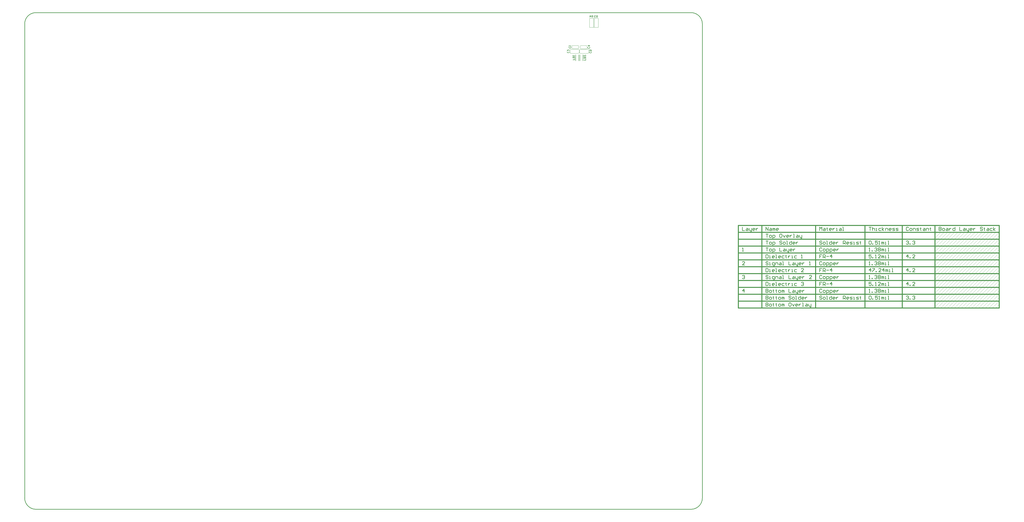
<source format=gbo>
G04*
G04 #@! TF.GenerationSoftware,Altium Limited,Altium Designer,20.2.6 (244)*
G04*
G04 Layer_Color=32896*
%FSLAX25Y25*%
%MOIN*%
G70*
G04*
G04 #@! TF.SameCoordinates,78A2C6BB-1FC3-406C-8345-49C289C49674*
G04*
G04*
G04 #@! TF.FilePolarity,Positive*
G04*
G01*
G75*
%ADD12C,0.00472*%
%ADD15C,0.01000*%
%ADD17C,0.00500*%
%ADD21C,0.00591*%
%ADD22C,0.01500*%
%ADD23C,0.00100*%
D12*
X951723Y802165D02*
G03*
X950542Y800984I0J-1181D01*
G01*
Y796260D02*
G03*
X951723Y795079I1181J0D01*
G01*
X965109D02*
G03*
X966290Y796260I0J1181D01*
G01*
Y800984D02*
G03*
X965109Y802165I-1181J0D01*
G01*
X981688Y795079D02*
G03*
X982869Y796260I0J1181D01*
G01*
Y800984D02*
G03*
X981688Y802165I-1181J0D01*
G01*
X968302D02*
G03*
X967121Y800984I0J-1181D01*
G01*
Y796260D02*
G03*
X968302Y795079I1181J0D01*
G01*
X965322Y808169D02*
G03*
X964534Y808957I-787J0D01*
G01*
X953511Y804232D02*
G03*
X954298Y803445I787J0D01*
G01*
Y808957D02*
G03*
X953511Y808169I0J-787D01*
G01*
X964534Y803445D02*
G03*
X965322Y804232I0J787D01*
G01*
X968075Y804051D02*
G03*
X968862Y803264I787J0D01*
G01*
X979886Y807988D02*
G03*
X979099Y808776I-787J0D01*
G01*
Y803264D02*
G03*
X979886Y804051I0J787D01*
G01*
X968862Y808776D02*
G03*
X968075Y807988I0J-787D01*
G01*
X992421Y856201D02*
X999508D01*
Y840453D02*
Y856201D01*
X992421Y840453D02*
X999508D01*
X992421D02*
Y856201D01*
X984449D02*
X991535D01*
Y840453D02*
Y856201D01*
X984449Y840453D02*
X991535D01*
X984449D02*
Y856201D01*
X966290Y796260D02*
Y800984D01*
X951723Y795079D02*
X965109D01*
X950542Y796260D02*
Y800984D01*
X951723Y802165D02*
X965109D01*
X967121Y796260D02*
Y800984D01*
X968302Y802165D02*
X981688D01*
X982869Y796260D02*
Y800984D01*
X968302Y795079D02*
X981688D01*
X965322Y804232D02*
Y808169D01*
X954298Y803445D02*
X964534D01*
X953511Y804232D02*
Y808169D01*
X954298Y808957D02*
X964534D01*
X968075Y804051D02*
Y807988D01*
X968862Y808776D02*
X979099D01*
X979886Y804051D02*
Y807988D01*
X968862Y803264D02*
X979099D01*
D15*
X1181102Y846457D02*
G03*
X1161417Y866142I-19685J0D01*
G01*
Y0D02*
G03*
X1181102Y19685I0J19685D01*
G01*
X0D02*
G03*
X19685Y0I19685J0D01*
G01*
Y866142D02*
G03*
X0Y846457I0J-19685D01*
G01*
Y19685D02*
Y710236D01*
X1181102Y19685D02*
Y846457D01*
X19685Y866142D02*
X1161417D01*
X0Y710236D02*
Y846457D01*
X19685Y0D02*
X1161417D01*
X1250530Y492195D02*
Y486197D01*
X1254529D01*
X1257528Y490196D02*
X1259527D01*
X1260527Y489196D01*
Y486197D01*
X1257528D01*
X1256528Y487196D01*
X1257528Y488196D01*
X1260527D01*
X1262526Y490196D02*
Y487196D01*
X1263526Y486197D01*
X1266525D01*
Y485197D01*
X1265526Y484198D01*
X1264526D01*
X1266525Y486197D02*
Y490196D01*
X1271523Y486197D02*
X1269524D01*
X1268524Y487196D01*
Y489196D01*
X1269524Y490196D01*
X1271523D01*
X1272523Y489196D01*
Y488196D01*
X1268524D01*
X1274523Y490196D02*
Y486197D01*
Y488196D01*
X1275522Y489196D01*
X1276522Y490196D01*
X1277522D01*
X1253529Y378197D02*
Y384195D01*
X1250530Y381196D01*
X1254529D01*
X1250530Y407195D02*
X1251530Y408195D01*
X1253529D01*
X1254529Y407195D01*
Y406196D01*
X1253529Y405196D01*
X1252530D01*
X1253529D01*
X1254529Y404196D01*
Y403196D01*
X1253529Y402197D01*
X1251530D01*
X1250530Y403196D01*
X1254529Y426197D02*
X1250530D01*
X1254529Y430196D01*
Y431195D01*
X1253529Y432195D01*
X1251530D01*
X1250530Y431195D01*
Y450197D02*
X1252530D01*
X1251530D01*
Y456195D01*
X1250530Y455195D01*
X1291522Y486197D02*
Y492195D01*
X1295520Y486197D01*
Y492195D01*
X1298519Y490196D02*
X1300519D01*
X1301518Y489196D01*
Y486197D01*
X1298519D01*
X1297520Y487196D01*
X1298519Y488196D01*
X1301518D01*
X1303518Y486197D02*
Y490196D01*
X1304517D01*
X1305517Y489196D01*
Y486197D01*
Y489196D01*
X1306517Y490196D01*
X1307516Y489196D01*
Y486197D01*
X1312515D02*
X1310515D01*
X1309516Y487196D01*
Y489196D01*
X1310515Y490196D01*
X1312515D01*
X1313515Y489196D01*
Y488196D01*
X1309516D01*
X1291522Y360195D02*
Y354197D01*
X1294521D01*
X1295520Y355196D01*
Y356196D01*
X1294521Y357196D01*
X1291522D01*
X1294521D01*
X1295520Y358196D01*
Y359195D01*
X1294521Y360195D01*
X1291522D01*
X1298519Y354197D02*
X1300519D01*
X1301518Y355196D01*
Y357196D01*
X1300519Y358196D01*
X1298519D01*
X1297520Y357196D01*
Y355196D01*
X1298519Y354197D01*
X1304517Y359195D02*
Y358196D01*
X1303518D01*
X1305517D01*
X1304517D01*
Y355196D01*
X1305517Y354197D01*
X1309516Y359195D02*
Y358196D01*
X1308516D01*
X1310515D01*
X1309516D01*
Y355196D01*
X1310515Y354197D01*
X1314514D02*
X1316514D01*
X1317513Y355196D01*
Y357196D01*
X1316514Y358196D01*
X1314514D01*
X1313515Y357196D01*
Y355196D01*
X1314514Y354197D01*
X1319512D02*
Y358196D01*
X1320512D01*
X1321512Y357196D01*
Y354197D01*
Y357196D01*
X1322512Y358196D01*
X1323511Y357196D01*
Y354197D01*
X1334508Y360195D02*
X1332508D01*
X1331509Y359195D01*
Y355196D01*
X1332508Y354197D01*
X1334508D01*
X1335507Y355196D01*
Y359195D01*
X1334508Y360195D01*
X1337507Y358196D02*
X1339506Y354197D01*
X1341505Y358196D01*
X1346504Y354197D02*
X1344505D01*
X1343505Y355196D01*
Y357196D01*
X1344505Y358196D01*
X1346504D01*
X1347503Y357196D01*
Y356196D01*
X1343505D01*
X1349503Y358196D02*
Y354197D01*
Y356196D01*
X1350502Y357196D01*
X1351502Y358196D01*
X1352502D01*
X1355501Y354197D02*
X1357500D01*
X1356501D01*
Y360195D01*
X1355501D01*
X1361499Y358196D02*
X1363498D01*
X1364498Y357196D01*
Y354197D01*
X1361499D01*
X1360499Y355196D01*
X1361499Y356196D01*
X1364498D01*
X1366497Y358196D02*
Y355196D01*
X1367497Y354197D01*
X1370496D01*
Y353197D01*
X1369496Y352198D01*
X1368497D01*
X1370496Y354197D02*
Y358196D01*
X1291522Y372195D02*
Y366197D01*
X1294521D01*
X1295520Y367196D01*
Y368196D01*
X1294521Y369196D01*
X1291522D01*
X1294521D01*
X1295520Y370196D01*
Y371195D01*
X1294521Y372195D01*
X1291522D01*
X1298519Y366197D02*
X1300519D01*
X1301518Y367196D01*
Y369196D01*
X1300519Y370196D01*
X1298519D01*
X1297520Y369196D01*
Y367196D01*
X1298519Y366197D01*
X1304517Y371195D02*
Y370196D01*
X1303518D01*
X1305517D01*
X1304517D01*
Y367196D01*
X1305517Y366197D01*
X1309516Y371195D02*
Y370196D01*
X1308516D01*
X1310515D01*
X1309516D01*
Y367196D01*
X1310515Y366197D01*
X1314514D02*
X1316514D01*
X1317513Y367196D01*
Y369196D01*
X1316514Y370196D01*
X1314514D01*
X1313515Y369196D01*
Y367196D01*
X1314514Y366197D01*
X1319512D02*
Y370196D01*
X1320512D01*
X1321512Y369196D01*
Y366197D01*
Y369196D01*
X1322512Y370196D01*
X1323511Y369196D01*
Y366197D01*
X1335507Y371195D02*
X1334508Y372195D01*
X1332508D01*
X1331509Y371195D01*
Y370196D01*
X1332508Y369196D01*
X1334508D01*
X1335507Y368196D01*
Y367196D01*
X1334508Y366197D01*
X1332508D01*
X1331509Y367196D01*
X1338506Y366197D02*
X1340506D01*
X1341505Y367196D01*
Y369196D01*
X1340506Y370196D01*
X1338506D01*
X1337507Y369196D01*
Y367196D01*
X1338506Y366197D01*
X1343505D02*
X1345504D01*
X1344505D01*
Y372195D01*
X1343505D01*
X1352502D02*
Y366197D01*
X1349503D01*
X1348503Y367196D01*
Y369196D01*
X1349503Y370196D01*
X1352502D01*
X1357500Y366197D02*
X1355501D01*
X1354501Y367196D01*
Y369196D01*
X1355501Y370196D01*
X1357500D01*
X1358500Y369196D01*
Y368196D01*
X1354501D01*
X1360499Y370196D02*
Y366197D01*
Y368196D01*
X1361499Y369196D01*
X1362499Y370196D01*
X1363498D01*
X1291522Y384195D02*
Y378197D01*
X1294521D01*
X1295520Y379197D01*
Y380196D01*
X1294521Y381196D01*
X1291522D01*
X1294521D01*
X1295520Y382196D01*
Y383195D01*
X1294521Y384195D01*
X1291522D01*
X1298519Y378197D02*
X1300519D01*
X1301518Y379197D01*
Y381196D01*
X1300519Y382196D01*
X1298519D01*
X1297520Y381196D01*
Y379197D01*
X1298519Y378197D01*
X1304517Y383195D02*
Y382196D01*
X1303518D01*
X1305517D01*
X1304517D01*
Y379197D01*
X1305517Y378197D01*
X1309516Y383195D02*
Y382196D01*
X1308516D01*
X1310515D01*
X1309516D01*
Y379197D01*
X1310515Y378197D01*
X1314514D02*
X1316514D01*
X1317513Y379197D01*
Y381196D01*
X1316514Y382196D01*
X1314514D01*
X1313515Y381196D01*
Y379197D01*
X1314514Y378197D01*
X1319512D02*
Y382196D01*
X1320512D01*
X1321512Y381196D01*
Y378197D01*
Y381196D01*
X1322512Y382196D01*
X1323511Y381196D01*
Y378197D01*
X1331509Y384195D02*
Y378197D01*
X1335507D01*
X1338506Y382196D02*
X1340506D01*
X1341505Y381196D01*
Y378197D01*
X1338506D01*
X1337507Y379197D01*
X1338506Y380196D01*
X1341505D01*
X1343505Y382196D02*
Y379197D01*
X1344505Y378197D01*
X1347503D01*
Y377197D01*
X1346504Y376198D01*
X1345504D01*
X1347503Y378197D02*
Y382196D01*
X1352502Y378197D02*
X1350502D01*
X1349503Y379197D01*
Y381196D01*
X1350502Y382196D01*
X1352502D01*
X1353502Y381196D01*
Y380196D01*
X1349503D01*
X1355501Y382196D02*
Y378197D01*
Y380196D01*
X1356501Y381196D01*
X1357500Y382196D01*
X1358500D01*
X1291522Y396195D02*
Y390197D01*
X1294521D01*
X1295520Y391196D01*
Y395195D01*
X1294521Y396195D01*
X1291522D01*
X1297520Y390197D02*
X1299519D01*
X1298519D01*
Y394196D01*
X1297520D01*
X1305517Y390197D02*
X1303518D01*
X1302518Y391196D01*
Y393196D01*
X1303518Y394196D01*
X1305517D01*
X1306517Y393196D01*
Y392196D01*
X1302518D01*
X1308516Y390197D02*
X1310515D01*
X1309516D01*
Y396195D01*
X1308516D01*
X1316514Y390197D02*
X1314514D01*
X1313515Y391196D01*
Y393196D01*
X1314514Y394196D01*
X1316514D01*
X1317513Y393196D01*
Y392196D01*
X1313515D01*
X1323511Y394196D02*
X1320512D01*
X1319512Y393196D01*
Y391196D01*
X1320512Y390197D01*
X1323511D01*
X1326510Y395195D02*
Y394196D01*
X1325511D01*
X1327510D01*
X1326510D01*
Y391196D01*
X1327510Y390197D01*
X1330509Y394196D02*
Y390197D01*
Y392196D01*
X1331509Y393196D01*
X1332508Y394196D01*
X1333508D01*
X1336507Y390197D02*
X1338506D01*
X1337507D01*
Y394196D01*
X1336507D01*
X1345504D02*
X1342505D01*
X1341505Y393196D01*
Y391196D01*
X1342505Y390197D01*
X1345504D01*
X1353502Y395195D02*
X1354501Y396195D01*
X1356501D01*
X1357500Y395195D01*
Y394196D01*
X1356501Y393196D01*
X1355501D01*
X1356501D01*
X1357500Y392196D01*
Y391196D01*
X1356501Y390197D01*
X1354501D01*
X1353502Y391196D01*
X1295520Y407195D02*
X1294521Y408195D01*
X1292521D01*
X1291522Y407195D01*
Y406196D01*
X1292521Y405196D01*
X1294521D01*
X1295520Y404196D01*
Y403196D01*
X1294521Y402197D01*
X1292521D01*
X1291522Y403196D01*
X1297520Y402197D02*
X1299519D01*
X1298519D01*
Y406196D01*
X1297520D01*
X1304517Y400198D02*
X1305517D01*
X1306517Y401197D01*
Y406196D01*
X1303518D01*
X1302518Y405196D01*
Y403196D01*
X1303518Y402197D01*
X1306517D01*
X1308516D02*
Y406196D01*
X1311515D01*
X1312515Y405196D01*
Y402197D01*
X1315514Y406196D02*
X1317513D01*
X1318513Y405196D01*
Y402197D01*
X1315514D01*
X1314514Y403196D01*
X1315514Y404196D01*
X1318513D01*
X1320512Y402197D02*
X1322512D01*
X1321512D01*
Y408195D01*
X1320512D01*
X1331509D02*
Y402197D01*
X1335507D01*
X1338506Y406196D02*
X1340506D01*
X1341505Y405196D01*
Y402197D01*
X1338506D01*
X1337507Y403196D01*
X1338506Y404196D01*
X1341505D01*
X1343505Y406196D02*
Y403196D01*
X1344505Y402197D01*
X1347503D01*
Y401197D01*
X1346504Y400198D01*
X1345504D01*
X1347503Y402197D02*
Y406196D01*
X1352502Y402197D02*
X1350502D01*
X1349503Y403196D01*
Y405196D01*
X1350502Y406196D01*
X1352502D01*
X1353502Y405196D01*
Y404196D01*
X1349503D01*
X1355501Y406196D02*
Y402197D01*
Y404196D01*
X1356501Y405196D01*
X1357500Y406196D01*
X1358500D01*
X1371496Y402197D02*
X1367497D01*
X1371496Y406196D01*
Y407195D01*
X1370496Y408195D01*
X1368497D01*
X1367497Y407195D01*
X1291522Y420195D02*
Y414197D01*
X1294521D01*
X1295520Y415197D01*
Y419195D01*
X1294521Y420195D01*
X1291522D01*
X1297520Y414197D02*
X1299519D01*
X1298519D01*
Y418196D01*
X1297520D01*
X1305517Y414197D02*
X1303518D01*
X1302518Y415197D01*
Y417196D01*
X1303518Y418196D01*
X1305517D01*
X1306517Y417196D01*
Y416196D01*
X1302518D01*
X1308516Y414197D02*
X1310515D01*
X1309516D01*
Y420195D01*
X1308516D01*
X1316514Y414197D02*
X1314514D01*
X1313515Y415197D01*
Y417196D01*
X1314514Y418196D01*
X1316514D01*
X1317513Y417196D01*
Y416196D01*
X1313515D01*
X1323511Y418196D02*
X1320512D01*
X1319512Y417196D01*
Y415197D01*
X1320512Y414197D01*
X1323511D01*
X1326510Y419195D02*
Y418196D01*
X1325511D01*
X1327510D01*
X1326510D01*
Y415197D01*
X1327510Y414197D01*
X1330509Y418196D02*
Y414197D01*
Y416196D01*
X1331509Y417196D01*
X1332508Y418196D01*
X1333508D01*
X1336507Y414197D02*
X1338506D01*
X1337507D01*
Y418196D01*
X1336507D01*
X1345504D02*
X1342505D01*
X1341505Y417196D01*
Y415197D01*
X1342505Y414197D01*
X1345504D01*
X1357500D02*
X1353502D01*
X1357500Y418196D01*
Y419195D01*
X1356501Y420195D01*
X1354501D01*
X1353502Y419195D01*
X1295520Y431195D02*
X1294521Y432195D01*
X1292521D01*
X1291522Y431195D01*
Y430196D01*
X1292521Y429196D01*
X1294521D01*
X1295520Y428196D01*
Y427197D01*
X1294521Y426197D01*
X1292521D01*
X1291522Y427197D01*
X1297520Y426197D02*
X1299519D01*
X1298519D01*
Y430196D01*
X1297520D01*
X1304517Y424197D02*
X1305517D01*
X1306517Y425197D01*
Y430196D01*
X1303518D01*
X1302518Y429196D01*
Y427197D01*
X1303518Y426197D01*
X1306517D01*
X1308516D02*
Y430196D01*
X1311515D01*
X1312515Y429196D01*
Y426197D01*
X1315514Y430196D02*
X1317513D01*
X1318513Y429196D01*
Y426197D01*
X1315514D01*
X1314514Y427197D01*
X1315514Y428196D01*
X1318513D01*
X1320512Y426197D02*
X1322512D01*
X1321512D01*
Y432195D01*
X1320512D01*
X1331509D02*
Y426197D01*
X1335507D01*
X1338506Y430196D02*
X1340506D01*
X1341505Y429196D01*
Y426197D01*
X1338506D01*
X1337507Y427197D01*
X1338506Y428196D01*
X1341505D01*
X1343505Y430196D02*
Y427197D01*
X1344505Y426197D01*
X1347503D01*
Y425197D01*
X1346504Y424197D01*
X1345504D01*
X1347503Y426197D02*
Y430196D01*
X1352502Y426197D02*
X1350502D01*
X1349503Y427197D01*
Y429196D01*
X1350502Y430196D01*
X1352502D01*
X1353502Y429196D01*
Y428196D01*
X1349503D01*
X1355501Y430196D02*
Y426197D01*
Y428196D01*
X1356501Y429196D01*
X1357500Y430196D01*
X1358500D01*
X1367497Y426197D02*
X1369496D01*
X1368497D01*
Y432195D01*
X1367497Y431195D01*
X1291522Y444195D02*
Y438197D01*
X1294521D01*
X1295520Y439196D01*
Y443195D01*
X1294521Y444195D01*
X1291522D01*
X1297520Y438197D02*
X1299519D01*
X1298519D01*
Y442196D01*
X1297520D01*
X1305517Y438197D02*
X1303518D01*
X1302518Y439196D01*
Y441196D01*
X1303518Y442196D01*
X1305517D01*
X1306517Y441196D01*
Y440196D01*
X1302518D01*
X1308516Y438197D02*
X1310515D01*
X1309516D01*
Y444195D01*
X1308516D01*
X1316514Y438197D02*
X1314514D01*
X1313515Y439196D01*
Y441196D01*
X1314514Y442196D01*
X1316514D01*
X1317513Y441196D01*
Y440196D01*
X1313515D01*
X1323511Y442196D02*
X1320512D01*
X1319512Y441196D01*
Y439196D01*
X1320512Y438197D01*
X1323511D01*
X1326510Y443195D02*
Y442196D01*
X1325511D01*
X1327510D01*
X1326510D01*
Y439196D01*
X1327510Y438197D01*
X1330509Y442196D02*
Y438197D01*
Y440196D01*
X1331509Y441196D01*
X1332508Y442196D01*
X1333508D01*
X1336507Y438197D02*
X1338506D01*
X1337507D01*
Y442196D01*
X1336507D01*
X1345504D02*
X1342505D01*
X1341505Y441196D01*
Y439196D01*
X1342505Y438197D01*
X1345504D01*
X1353502D02*
X1355501D01*
X1354501D01*
Y444195D01*
X1353502Y443195D01*
X1291522Y456195D02*
X1295520D01*
X1293521D01*
Y450197D01*
X1298519D02*
X1300519D01*
X1301518Y451196D01*
Y453196D01*
X1300519Y454196D01*
X1298519D01*
X1297520Y453196D01*
Y451196D01*
X1298519Y450197D01*
X1303518Y448198D02*
Y454196D01*
X1306517D01*
X1307516Y453196D01*
Y451196D01*
X1306517Y450197D01*
X1303518D01*
X1315514Y456195D02*
Y450197D01*
X1319513D01*
X1322512Y454196D02*
X1324511D01*
X1325511Y453196D01*
Y450197D01*
X1322512D01*
X1321512Y451196D01*
X1322512Y452196D01*
X1325511D01*
X1327510Y454196D02*
Y451196D01*
X1328510Y450197D01*
X1331509D01*
Y449197D01*
X1330509Y448198D01*
X1329509D01*
X1331509Y450197D02*
Y454196D01*
X1336507Y450197D02*
X1334508D01*
X1333508Y451196D01*
Y453196D01*
X1334508Y454196D01*
X1336507D01*
X1337507Y453196D01*
Y452196D01*
X1333508D01*
X1339506Y454196D02*
Y450197D01*
Y452196D01*
X1340506Y453196D01*
X1341505Y454196D01*
X1342505D01*
X1291522Y468195D02*
X1295520D01*
X1293521D01*
Y462197D01*
X1298519D02*
X1300519D01*
X1301518Y463197D01*
Y465196D01*
X1300519Y466196D01*
X1298519D01*
X1297520Y465196D01*
Y463197D01*
X1298519Y462197D01*
X1303518Y460197D02*
Y466196D01*
X1306517D01*
X1307516Y465196D01*
Y463197D01*
X1306517Y462197D01*
X1303518D01*
X1319513Y467195D02*
X1318513Y468195D01*
X1316514D01*
X1315514Y467195D01*
Y466196D01*
X1316514Y465196D01*
X1318513D01*
X1319513Y464196D01*
Y463197D01*
X1318513Y462197D01*
X1316514D01*
X1315514Y463197D01*
X1322512Y462197D02*
X1324511D01*
X1325511Y463197D01*
Y465196D01*
X1324511Y466196D01*
X1322512D01*
X1321512Y465196D01*
Y463197D01*
X1322512Y462197D01*
X1327510D02*
X1329509D01*
X1328510D01*
Y468195D01*
X1327510D01*
X1336507D02*
Y462197D01*
X1333508D01*
X1332508Y463197D01*
Y465196D01*
X1333508Y466196D01*
X1336507D01*
X1341505Y462197D02*
X1339506D01*
X1338506Y463197D01*
Y465196D01*
X1339506Y466196D01*
X1341505D01*
X1342505Y465196D01*
Y464196D01*
X1338506D01*
X1344505Y466196D02*
Y462197D01*
Y464196D01*
X1345504Y465196D01*
X1346504Y466196D01*
X1347503D01*
X1291522Y480195D02*
X1295520D01*
X1293521D01*
Y474197D01*
X1298519D02*
X1300519D01*
X1301518Y475197D01*
Y477196D01*
X1300519Y478196D01*
X1298519D01*
X1297520Y477196D01*
Y475197D01*
X1298519Y474197D01*
X1303518Y472197D02*
Y478196D01*
X1306517D01*
X1307516Y477196D01*
Y475197D01*
X1306517Y474197D01*
X1303518D01*
X1318513Y480195D02*
X1316514D01*
X1315514Y479195D01*
Y475197D01*
X1316514Y474197D01*
X1318513D01*
X1319513Y475197D01*
Y479195D01*
X1318513Y480195D01*
X1321512Y478196D02*
X1323511Y474197D01*
X1325511Y478196D01*
X1330509Y474197D02*
X1328510D01*
X1327510Y475197D01*
Y477196D01*
X1328510Y478196D01*
X1330509D01*
X1331509Y477196D01*
Y476196D01*
X1327510D01*
X1333508Y478196D02*
Y474197D01*
Y476196D01*
X1334508Y477196D01*
X1335507Y478196D01*
X1336507D01*
X1339506Y474197D02*
X1341505D01*
X1340506D01*
Y480195D01*
X1339506D01*
X1345504Y478196D02*
X1347503D01*
X1348503Y477196D01*
Y474197D01*
X1345504D01*
X1344505Y475197D01*
X1345504Y476196D01*
X1348503D01*
X1350502Y478196D02*
Y475197D01*
X1351502Y474197D01*
X1354501D01*
Y473197D01*
X1353502Y472197D01*
X1352502D01*
X1354501Y474197D02*
Y478196D01*
X1385496Y486197D02*
Y492195D01*
X1387495Y490196D01*
X1389494Y492195D01*
Y486197D01*
X1392494Y490196D02*
X1394493D01*
X1395492Y489196D01*
Y486197D01*
X1392494D01*
X1391494Y487196D01*
X1392494Y488196D01*
X1395492D01*
X1398491Y491195D02*
Y490196D01*
X1397492D01*
X1399491D01*
X1398491D01*
Y487196D01*
X1399491Y486197D01*
X1405489D02*
X1403490D01*
X1402490Y487196D01*
Y489196D01*
X1403490Y490196D01*
X1405489D01*
X1406489Y489196D01*
Y488196D01*
X1402490D01*
X1408488Y490196D02*
Y486197D01*
Y488196D01*
X1409488Y489196D01*
X1410488Y490196D01*
X1411487D01*
X1414486Y486197D02*
X1416486D01*
X1415486D01*
Y490196D01*
X1414486D01*
X1420484D02*
X1422484D01*
X1423483Y489196D01*
Y486197D01*
X1420484D01*
X1419485Y487196D01*
X1420484Y488196D01*
X1423483D01*
X1425483Y486197D02*
X1427482D01*
X1426482D01*
Y492195D01*
X1425483D01*
X1389494Y371195D02*
X1388495Y372195D01*
X1386495D01*
X1385496Y371195D01*
Y370196D01*
X1386495Y369196D01*
X1388495D01*
X1389494Y368196D01*
Y367196D01*
X1388495Y366197D01*
X1386495D01*
X1385496Y367196D01*
X1392494Y366197D02*
X1394493D01*
X1395492Y367196D01*
Y369196D01*
X1394493Y370196D01*
X1392494D01*
X1391494Y369196D01*
Y367196D01*
X1392494Y366197D01*
X1397492D02*
X1399491D01*
X1398491D01*
Y372195D01*
X1397492D01*
X1406489D02*
Y366197D01*
X1403490D01*
X1402490Y367196D01*
Y369196D01*
X1403490Y370196D01*
X1406489D01*
X1411487Y366197D02*
X1409488D01*
X1408488Y367196D01*
Y369196D01*
X1409488Y370196D01*
X1411487D01*
X1412487Y369196D01*
Y368196D01*
X1408488D01*
X1414486Y370196D02*
Y366197D01*
Y368196D01*
X1415486Y369196D01*
X1416486Y370196D01*
X1417485D01*
X1426482Y366197D02*
Y372195D01*
X1429482D01*
X1430481Y371195D01*
Y369196D01*
X1429482Y368196D01*
X1426482D01*
X1428482D02*
X1430481Y366197D01*
X1435480D02*
X1433480D01*
X1432481Y367196D01*
Y369196D01*
X1433480Y370196D01*
X1435480D01*
X1436479Y369196D01*
Y368196D01*
X1432481D01*
X1438479Y366197D02*
X1441478D01*
X1442477Y367196D01*
X1441478Y368196D01*
X1439478D01*
X1438479Y369196D01*
X1439478Y370196D01*
X1442477D01*
X1444477Y366197D02*
X1446476D01*
X1445476D01*
Y370196D01*
X1444477D01*
X1449475Y366197D02*
X1452474D01*
X1453474Y367196D01*
X1452474Y368196D01*
X1450475D01*
X1449475Y369196D01*
X1450475Y370196D01*
X1453474D01*
X1456473Y371195D02*
Y370196D01*
X1455473D01*
X1457472D01*
X1456473D01*
Y367196D01*
X1457472Y366197D01*
X1389494Y383195D02*
X1388495Y384195D01*
X1386495D01*
X1385496Y383195D01*
Y379197D01*
X1386495Y378197D01*
X1388495D01*
X1389494Y379197D01*
X1392494Y378197D02*
X1394493D01*
X1395492Y379197D01*
Y381196D01*
X1394493Y382196D01*
X1392494D01*
X1391494Y381196D01*
Y379197D01*
X1392494Y378197D01*
X1397492Y376198D02*
Y382196D01*
X1400491D01*
X1401491Y381196D01*
Y379197D01*
X1400491Y378197D01*
X1397492D01*
X1403490Y376198D02*
Y382196D01*
X1406489D01*
X1407489Y381196D01*
Y379197D01*
X1406489Y378197D01*
X1403490D01*
X1412487D02*
X1410488D01*
X1409488Y379197D01*
Y381196D01*
X1410488Y382196D01*
X1412487D01*
X1413487Y381196D01*
Y380196D01*
X1409488D01*
X1415486Y382196D02*
Y378197D01*
Y380196D01*
X1416486Y381196D01*
X1417485Y382196D01*
X1418485D01*
X1389494Y396195D02*
X1385496D01*
Y393196D01*
X1387495D01*
X1385496D01*
Y390197D01*
X1391494D02*
Y396195D01*
X1394493D01*
X1395492Y395195D01*
Y393196D01*
X1394493Y392196D01*
X1391494D01*
X1393493D02*
X1395492Y390197D01*
X1397492Y393196D02*
X1401491D01*
X1406489Y390197D02*
Y396195D01*
X1403490Y393196D01*
X1407489D01*
X1389494Y407195D02*
X1388495Y408195D01*
X1386495D01*
X1385496Y407195D01*
Y403196D01*
X1386495Y402197D01*
X1388495D01*
X1389494Y403196D01*
X1392494Y402197D02*
X1394493D01*
X1395492Y403196D01*
Y405196D01*
X1394493Y406196D01*
X1392494D01*
X1391494Y405196D01*
Y403196D01*
X1392494Y402197D01*
X1397492Y400198D02*
Y406196D01*
X1400491D01*
X1401491Y405196D01*
Y403196D01*
X1400491Y402197D01*
X1397492D01*
X1403490Y400198D02*
Y406196D01*
X1406489D01*
X1407489Y405196D01*
Y403196D01*
X1406489Y402197D01*
X1403490D01*
X1412487D02*
X1410488D01*
X1409488Y403196D01*
Y405196D01*
X1410488Y406196D01*
X1412487D01*
X1413487Y405196D01*
Y404196D01*
X1409488D01*
X1415486Y406196D02*
Y402197D01*
Y404196D01*
X1416486Y405196D01*
X1417485Y406196D01*
X1418485D01*
X1389494Y420195D02*
X1385496D01*
Y417196D01*
X1387495D01*
X1385496D01*
Y414197D01*
X1391494D02*
Y420195D01*
X1394493D01*
X1395492Y419195D01*
Y417196D01*
X1394493Y416196D01*
X1391494D01*
X1393493D02*
X1395492Y414197D01*
X1397492Y417196D02*
X1401491D01*
X1406489Y414197D02*
Y420195D01*
X1403490Y417196D01*
X1407489D01*
X1389494Y431195D02*
X1388495Y432195D01*
X1386495D01*
X1385496Y431195D01*
Y427197D01*
X1386495Y426197D01*
X1388495D01*
X1389494Y427197D01*
X1392494Y426197D02*
X1394493D01*
X1395492Y427197D01*
Y429196D01*
X1394493Y430196D01*
X1392494D01*
X1391494Y429196D01*
Y427197D01*
X1392494Y426197D01*
X1397492Y424197D02*
Y430196D01*
X1400491D01*
X1401491Y429196D01*
Y427197D01*
X1400491Y426197D01*
X1397492D01*
X1403490Y424197D02*
Y430196D01*
X1406489D01*
X1407489Y429196D01*
Y427197D01*
X1406489Y426197D01*
X1403490D01*
X1412487D02*
X1410488D01*
X1409488Y427197D01*
Y429196D01*
X1410488Y430196D01*
X1412487D01*
X1413487Y429196D01*
Y428196D01*
X1409488D01*
X1415486Y430196D02*
Y426197D01*
Y428196D01*
X1416486Y429196D01*
X1417485Y430196D01*
X1418485D01*
X1389494Y444195D02*
X1385496D01*
Y441196D01*
X1387495D01*
X1385496D01*
Y438197D01*
X1391494D02*
Y444195D01*
X1394493D01*
X1395492Y443195D01*
Y441196D01*
X1394493Y440196D01*
X1391494D01*
X1393493D02*
X1395492Y438197D01*
X1397492Y441196D02*
X1401491D01*
X1406489Y438197D02*
Y444195D01*
X1403490Y441196D01*
X1407489D01*
X1389494Y455195D02*
X1388495Y456195D01*
X1386495D01*
X1385496Y455195D01*
Y451196D01*
X1386495Y450197D01*
X1388495D01*
X1389494Y451196D01*
X1392494Y450197D02*
X1394493D01*
X1395492Y451196D01*
Y453196D01*
X1394493Y454196D01*
X1392494D01*
X1391494Y453196D01*
Y451196D01*
X1392494Y450197D01*
X1397492Y448198D02*
Y454196D01*
X1400491D01*
X1401491Y453196D01*
Y451196D01*
X1400491Y450197D01*
X1397492D01*
X1403490Y448198D02*
Y454196D01*
X1406489D01*
X1407489Y453196D01*
Y451196D01*
X1406489Y450197D01*
X1403490D01*
X1412487D02*
X1410488D01*
X1409488Y451196D01*
Y453196D01*
X1410488Y454196D01*
X1412487D01*
X1413487Y453196D01*
Y452196D01*
X1409488D01*
X1415486Y454196D02*
Y450197D01*
Y452196D01*
X1416486Y453196D01*
X1417485Y454196D01*
X1418485D01*
X1389494Y467195D02*
X1388495Y468195D01*
X1386495D01*
X1385496Y467195D01*
Y466196D01*
X1386495Y465196D01*
X1388495D01*
X1389494Y464196D01*
Y463197D01*
X1388495Y462197D01*
X1386495D01*
X1385496Y463197D01*
X1392494Y462197D02*
X1394493D01*
X1395492Y463197D01*
Y465196D01*
X1394493Y466196D01*
X1392494D01*
X1391494Y465196D01*
Y463197D01*
X1392494Y462197D01*
X1397492D02*
X1399491D01*
X1398491D01*
Y468195D01*
X1397492D01*
X1406489D02*
Y462197D01*
X1403490D01*
X1402490Y463197D01*
Y465196D01*
X1403490Y466196D01*
X1406489D01*
X1411487Y462197D02*
X1409488D01*
X1408488Y463197D01*
Y465196D01*
X1409488Y466196D01*
X1411487D01*
X1412487Y465196D01*
Y464196D01*
X1408488D01*
X1414486Y466196D02*
Y462197D01*
Y464196D01*
X1415486Y465196D01*
X1416486Y466196D01*
X1417485D01*
X1426482Y462197D02*
Y468195D01*
X1429482D01*
X1430481Y467195D01*
Y465196D01*
X1429482Y464196D01*
X1426482D01*
X1428482D02*
X1430481Y462197D01*
X1435480D02*
X1433480D01*
X1432481Y463197D01*
Y465196D01*
X1433480Y466196D01*
X1435480D01*
X1436479Y465196D01*
Y464196D01*
X1432481D01*
X1438479Y462197D02*
X1441478D01*
X1442477Y463197D01*
X1441478Y464196D01*
X1439478D01*
X1438479Y465196D01*
X1439478Y466196D01*
X1442477D01*
X1444477Y462197D02*
X1446476D01*
X1445476D01*
Y466196D01*
X1444477D01*
X1449475Y462197D02*
X1452474D01*
X1453474Y463197D01*
X1452474Y464196D01*
X1450475D01*
X1449475Y465196D01*
X1450475Y466196D01*
X1453474D01*
X1456473Y467195D02*
Y466196D01*
X1455473D01*
X1457472D01*
X1456473D01*
Y463197D01*
X1457472Y462197D01*
X1471472Y492195D02*
X1475471D01*
X1473472D01*
Y486197D01*
X1477470Y492195D02*
Y486197D01*
Y489196D01*
X1478470Y490196D01*
X1480470D01*
X1481469Y489196D01*
Y486197D01*
X1483469D02*
X1485468D01*
X1484468D01*
Y490196D01*
X1483469D01*
X1492466D02*
X1489467D01*
X1488467Y489196D01*
Y487196D01*
X1489467Y486197D01*
X1492466D01*
X1494465D02*
Y492195D01*
Y488196D02*
X1497464Y490196D01*
X1494465Y488196D02*
X1497464Y486197D01*
X1500463D02*
Y490196D01*
X1503462D01*
X1504462Y489196D01*
Y486197D01*
X1509460D02*
X1507461D01*
X1506461Y487196D01*
Y489196D01*
X1507461Y490196D01*
X1509460D01*
X1510460Y489196D01*
Y488196D01*
X1506461D01*
X1512459Y486197D02*
X1515458D01*
X1516458Y487196D01*
X1515458Y488196D01*
X1513459D01*
X1512459Y489196D01*
X1513459Y490196D01*
X1516458D01*
X1518457Y486197D02*
X1521456D01*
X1522456Y487196D01*
X1521456Y488196D01*
X1519457D01*
X1518457Y489196D01*
X1519457Y490196D01*
X1522456D01*
X1471472Y371195D02*
X1472472Y372195D01*
X1474471D01*
X1475471Y371195D01*
Y367196D01*
X1474471Y366197D01*
X1472472D01*
X1471472Y367196D01*
Y371195D01*
X1477470Y366197D02*
Y367196D01*
X1478470D01*
Y366197D01*
X1477470D01*
X1486468Y372195D02*
X1482469D01*
Y369196D01*
X1484468Y370196D01*
X1485468D01*
X1486468Y369196D01*
Y367196D01*
X1485468Y366197D01*
X1483469D01*
X1482469Y367196D01*
X1488467Y366197D02*
X1490466D01*
X1489467D01*
Y372195D01*
X1488467Y371195D01*
X1493465Y366197D02*
Y370196D01*
X1494465D01*
X1495465Y369196D01*
Y366197D01*
Y369196D01*
X1496464Y370196D01*
X1497464Y369196D01*
Y366197D01*
X1499463D02*
X1501463D01*
X1500463D01*
Y370196D01*
X1499463D01*
X1504462Y366197D02*
X1506461D01*
X1505461D01*
Y372195D01*
X1504462D01*
X1471472Y378197D02*
X1473472D01*
X1472472D01*
Y384195D01*
X1471472Y383195D01*
X1476471Y378197D02*
Y379197D01*
X1477470D01*
Y378197D01*
X1476471D01*
X1481469Y383195D02*
X1482469Y384195D01*
X1484468D01*
X1485468Y383195D01*
Y382196D01*
X1484468Y381196D01*
X1483469D01*
X1484468D01*
X1485468Y380196D01*
Y379197D01*
X1484468Y378197D01*
X1482469D01*
X1481469Y379197D01*
X1487467Y383195D02*
X1488467Y384195D01*
X1490466D01*
X1491466Y383195D01*
Y382196D01*
X1490466Y381196D01*
X1491466Y380196D01*
Y379197D01*
X1490466Y378197D01*
X1488467D01*
X1487467Y379197D01*
Y380196D01*
X1488467Y381196D01*
X1487467Y382196D01*
Y383195D01*
X1488467Y381196D02*
X1490466D01*
X1493465Y378197D02*
Y382196D01*
X1494465D01*
X1495465Y381196D01*
Y378197D01*
Y381196D01*
X1496464Y382196D01*
X1497464Y381196D01*
Y378197D01*
X1499463D02*
X1501463D01*
X1500463D01*
Y382196D01*
X1499463D01*
X1504462Y378197D02*
X1506461D01*
X1505461D01*
Y384195D01*
X1504462D01*
X1475471Y396195D02*
X1471472D01*
Y393196D01*
X1473472Y394196D01*
X1474471D01*
X1475471Y393196D01*
Y391196D01*
X1474471Y390197D01*
X1472472D01*
X1471472Y391196D01*
X1477470Y390197D02*
Y391196D01*
X1478470D01*
Y390197D01*
X1477470D01*
X1482469D02*
X1484468D01*
X1483469D01*
Y396195D01*
X1482469Y395195D01*
X1491466Y390197D02*
X1487467D01*
X1491466Y394196D01*
Y395195D01*
X1490466Y396195D01*
X1488467D01*
X1487467Y395195D01*
X1493465Y390197D02*
Y394196D01*
X1494465D01*
X1495465Y393196D01*
Y390197D01*
Y393196D01*
X1496464Y394196D01*
X1497464Y393196D01*
Y390197D01*
X1499463D02*
X1501463D01*
X1500463D01*
Y394196D01*
X1499463D01*
X1504462Y390197D02*
X1506461D01*
X1505461D01*
Y396195D01*
X1504462D01*
X1471472Y402197D02*
X1473472D01*
X1472472D01*
Y408195D01*
X1471472Y407195D01*
X1476471Y402197D02*
Y403196D01*
X1477470D01*
Y402197D01*
X1476471D01*
X1481469Y407195D02*
X1482469Y408195D01*
X1484468D01*
X1485468Y407195D01*
Y406196D01*
X1484468Y405196D01*
X1483469D01*
X1484468D01*
X1485468Y404196D01*
Y403196D01*
X1484468Y402197D01*
X1482469D01*
X1481469Y403196D01*
X1487467Y407195D02*
X1488467Y408195D01*
X1490466D01*
X1491466Y407195D01*
Y406196D01*
X1490466Y405196D01*
X1491466Y404196D01*
Y403196D01*
X1490466Y402197D01*
X1488467D01*
X1487467Y403196D01*
Y404196D01*
X1488467Y405196D01*
X1487467Y406196D01*
Y407195D01*
X1488467Y405196D02*
X1490466D01*
X1493465Y402197D02*
Y406196D01*
X1494465D01*
X1495465Y405196D01*
Y402197D01*
Y405196D01*
X1496464Y406196D01*
X1497464Y405196D01*
Y402197D01*
X1499463D02*
X1501463D01*
X1500463D01*
Y406196D01*
X1499463D01*
X1504462Y402197D02*
X1506461D01*
X1505461D01*
Y408195D01*
X1504462D01*
X1474471Y414197D02*
Y420195D01*
X1471472Y417196D01*
X1475471D01*
X1477470Y420195D02*
X1481469D01*
Y419195D01*
X1477470Y415197D01*
Y414197D01*
X1483469D02*
Y415197D01*
X1484468D01*
Y414197D01*
X1483469D01*
X1492466D02*
X1488467D01*
X1492466Y418196D01*
Y419195D01*
X1491466Y420195D01*
X1489467D01*
X1488467Y419195D01*
X1497464Y414197D02*
Y420195D01*
X1494465Y417196D01*
X1498464D01*
X1500463Y414197D02*
Y418196D01*
X1501463D01*
X1502462Y417196D01*
Y414197D01*
Y417196D01*
X1503462Y418196D01*
X1504462Y417196D01*
Y414197D01*
X1506461D02*
X1508461D01*
X1507461D01*
Y418196D01*
X1506461D01*
X1511460Y414197D02*
X1513459D01*
X1512459D01*
Y420195D01*
X1511460D01*
X1471472Y426197D02*
X1473472D01*
X1472472D01*
Y432195D01*
X1471472Y431195D01*
X1476471Y426197D02*
Y427197D01*
X1477470D01*
Y426197D01*
X1476471D01*
X1481469Y431195D02*
X1482469Y432195D01*
X1484468D01*
X1485468Y431195D01*
Y430196D01*
X1484468Y429196D01*
X1483469D01*
X1484468D01*
X1485468Y428196D01*
Y427197D01*
X1484468Y426197D01*
X1482469D01*
X1481469Y427197D01*
X1487467Y431195D02*
X1488467Y432195D01*
X1490466D01*
X1491466Y431195D01*
Y430196D01*
X1490466Y429196D01*
X1491466Y428196D01*
Y427197D01*
X1490466Y426197D01*
X1488467D01*
X1487467Y427197D01*
Y428196D01*
X1488467Y429196D01*
X1487467Y430196D01*
Y431195D01*
X1488467Y429196D02*
X1490466D01*
X1493465Y426197D02*
Y430196D01*
X1494465D01*
X1495465Y429196D01*
Y426197D01*
Y429196D01*
X1496464Y430196D01*
X1497464Y429196D01*
Y426197D01*
X1499463D02*
X1501463D01*
X1500463D01*
Y430196D01*
X1499463D01*
X1504462Y426197D02*
X1506461D01*
X1505461D01*
Y432195D01*
X1504462D01*
X1475471Y444195D02*
X1471472D01*
Y441196D01*
X1473472Y442196D01*
X1474471D01*
X1475471Y441196D01*
Y439196D01*
X1474471Y438197D01*
X1472472D01*
X1471472Y439196D01*
X1477470Y438197D02*
Y439196D01*
X1478470D01*
Y438197D01*
X1477470D01*
X1482469D02*
X1484468D01*
X1483469D01*
Y444195D01*
X1482469Y443195D01*
X1491466Y438197D02*
X1487467D01*
X1491466Y442196D01*
Y443195D01*
X1490466Y444195D01*
X1488467D01*
X1487467Y443195D01*
X1493465Y438197D02*
Y442196D01*
X1494465D01*
X1495465Y441196D01*
Y438197D01*
Y441196D01*
X1496464Y442196D01*
X1497464Y441196D01*
Y438197D01*
X1499463D02*
X1501463D01*
X1500463D01*
Y442196D01*
X1499463D01*
X1504462Y438197D02*
X1506461D01*
X1505461D01*
Y444195D01*
X1504462D01*
X1471472Y450197D02*
X1473472D01*
X1472472D01*
Y456195D01*
X1471472Y455195D01*
X1476471Y450197D02*
Y451196D01*
X1477470D01*
Y450197D01*
X1476471D01*
X1481469Y455195D02*
X1482469Y456195D01*
X1484468D01*
X1485468Y455195D01*
Y454196D01*
X1484468Y453196D01*
X1483469D01*
X1484468D01*
X1485468Y452196D01*
Y451196D01*
X1484468Y450197D01*
X1482469D01*
X1481469Y451196D01*
X1487467Y455195D02*
X1488467Y456195D01*
X1490466D01*
X1491466Y455195D01*
Y454196D01*
X1490466Y453196D01*
X1491466Y452196D01*
Y451196D01*
X1490466Y450197D01*
X1488467D01*
X1487467Y451196D01*
Y452196D01*
X1488467Y453196D01*
X1487467Y454196D01*
Y455195D01*
X1488467Y453196D02*
X1490466D01*
X1493465Y450197D02*
Y454196D01*
X1494465D01*
X1495465Y453196D01*
Y450197D01*
Y453196D01*
X1496464Y454196D01*
X1497464Y453196D01*
Y450197D01*
X1499463D02*
X1501463D01*
X1500463D01*
Y454196D01*
X1499463D01*
X1504462Y450197D02*
X1506461D01*
X1505461D01*
Y456195D01*
X1504462D01*
X1471472Y467195D02*
X1472472Y468195D01*
X1474471D01*
X1475471Y467195D01*
Y463197D01*
X1474471Y462197D01*
X1472472D01*
X1471472Y463197D01*
Y467195D01*
X1477470Y462197D02*
Y463197D01*
X1478470D01*
Y462197D01*
X1477470D01*
X1486468Y468195D02*
X1482469D01*
Y465196D01*
X1484468Y466196D01*
X1485468D01*
X1486468Y465196D01*
Y463197D01*
X1485468Y462197D01*
X1483469D01*
X1482469Y463197D01*
X1488467Y462197D02*
X1490466D01*
X1489467D01*
Y468195D01*
X1488467Y467195D01*
X1493465Y462197D02*
Y466196D01*
X1494465D01*
X1495465Y465196D01*
Y462197D01*
Y465196D01*
X1496464Y466196D01*
X1497464Y465196D01*
Y462197D01*
X1499463D02*
X1501463D01*
X1500463D01*
Y466196D01*
X1499463D01*
X1504462Y462197D02*
X1506461D01*
X1505461D01*
Y468195D01*
X1504462D01*
X1540455Y491195D02*
X1539455Y492195D01*
X1537456D01*
X1536456Y491195D01*
Y487196D01*
X1537456Y486197D01*
X1539455D01*
X1540455Y487196D01*
X1543454Y486197D02*
X1545453D01*
X1546453Y487196D01*
Y489196D01*
X1545453Y490196D01*
X1543454D01*
X1542454Y489196D01*
Y487196D01*
X1543454Y486197D01*
X1548452D02*
Y490196D01*
X1551451D01*
X1552451Y489196D01*
Y486197D01*
X1554450D02*
X1557449D01*
X1558449Y487196D01*
X1557449Y488196D01*
X1555450D01*
X1554450Y489196D01*
X1555450Y490196D01*
X1558449D01*
X1561448Y491195D02*
Y490196D01*
X1560448D01*
X1562447D01*
X1561448D01*
Y487196D01*
X1562447Y486197D01*
X1566446Y490196D02*
X1568446D01*
X1569445Y489196D01*
Y486197D01*
X1566446D01*
X1565447Y487196D01*
X1566446Y488196D01*
X1569445D01*
X1571445Y486197D02*
Y490196D01*
X1574444D01*
X1575443Y489196D01*
Y486197D01*
X1578442Y491195D02*
Y490196D01*
X1577443D01*
X1579442D01*
X1578442D01*
Y487196D01*
X1579442Y486197D01*
X1536456Y371195D02*
X1537456Y372195D01*
X1539455D01*
X1540455Y371195D01*
Y370196D01*
X1539455Y369196D01*
X1538455D01*
X1539455D01*
X1540455Y368196D01*
Y367196D01*
X1539455Y366197D01*
X1537456D01*
X1536456Y367196D01*
X1542454Y366197D02*
Y367196D01*
X1543454D01*
Y366197D01*
X1542454D01*
X1547452Y371195D02*
X1548452Y372195D01*
X1550451D01*
X1551451Y371195D01*
Y370196D01*
X1550451Y369196D01*
X1549452D01*
X1550451D01*
X1551451Y368196D01*
Y367196D01*
X1550451Y366197D01*
X1548452D01*
X1547452Y367196D01*
X1539455Y390197D02*
Y396195D01*
X1536456Y393196D01*
X1540455D01*
X1542454Y390197D02*
Y391196D01*
X1543454D01*
Y390197D01*
X1542454D01*
X1551451D02*
X1547452D01*
X1551451Y394196D01*
Y395195D01*
X1550451Y396195D01*
X1548452D01*
X1547452Y395195D01*
X1539455Y414197D02*
Y420195D01*
X1536456Y417196D01*
X1540455D01*
X1542454Y414197D02*
Y415197D01*
X1543454D01*
Y414197D01*
X1542454D01*
X1551451D02*
X1547452D01*
X1551451Y418196D01*
Y419195D01*
X1550451Y420195D01*
X1548452D01*
X1547452Y419195D01*
X1539455Y438197D02*
Y444195D01*
X1536456Y441196D01*
X1540455D01*
X1542454Y438197D02*
Y439196D01*
X1543454D01*
Y438197D01*
X1542454D01*
X1551451D02*
X1547452D01*
X1551451Y442196D01*
Y443195D01*
X1550451Y444195D01*
X1548452D01*
X1547452Y443195D01*
X1536456Y467195D02*
X1537456Y468195D01*
X1539455D01*
X1540455Y467195D01*
Y466196D01*
X1539455Y465196D01*
X1538455D01*
X1539455D01*
X1540455Y464196D01*
Y463197D01*
X1539455Y462197D01*
X1537456D01*
X1536456Y463197D01*
X1542454Y462197D02*
Y463197D01*
X1543454D01*
Y462197D01*
X1542454D01*
X1547452Y467195D02*
X1548452Y468195D01*
X1550451D01*
X1551451Y467195D01*
Y466196D01*
X1550451Y465196D01*
X1549452D01*
X1550451D01*
X1551451Y464196D01*
Y463197D01*
X1550451Y462197D01*
X1548452D01*
X1547452Y463197D01*
X1593442Y492195D02*
Y486197D01*
X1596441D01*
X1597441Y487196D01*
Y488196D01*
X1596441Y489196D01*
X1593442D01*
X1596441D01*
X1597441Y490196D01*
Y491195D01*
X1596441Y492195D01*
X1593442D01*
X1600440Y486197D02*
X1602439D01*
X1603439Y487196D01*
Y489196D01*
X1602439Y490196D01*
X1600440D01*
X1599440Y489196D01*
Y487196D01*
X1600440Y486197D01*
X1606438Y490196D02*
X1608437D01*
X1609437Y489196D01*
Y486197D01*
X1606438D01*
X1605438Y487196D01*
X1606438Y488196D01*
X1609437D01*
X1611436Y490196D02*
Y486197D01*
Y488196D01*
X1612436Y489196D01*
X1613436Y490196D01*
X1614435D01*
X1621433Y492195D02*
Y486197D01*
X1618434D01*
X1617434Y487196D01*
Y489196D01*
X1618434Y490196D01*
X1621433D01*
X1629430Y492195D02*
Y486197D01*
X1633429D01*
X1636428Y490196D02*
X1638428D01*
X1639427Y489196D01*
Y486197D01*
X1636428D01*
X1635428Y487196D01*
X1636428Y488196D01*
X1639427D01*
X1641426Y490196D02*
Y487196D01*
X1642426Y486197D01*
X1645425D01*
Y485197D01*
X1644426Y484198D01*
X1643426D01*
X1645425Y486197D02*
Y490196D01*
X1650424Y486197D02*
X1648424D01*
X1647425Y487196D01*
Y489196D01*
X1648424Y490196D01*
X1650424D01*
X1651423Y489196D01*
Y488196D01*
X1647425D01*
X1653423Y490196D02*
Y486197D01*
Y488196D01*
X1654422Y489196D01*
X1655422Y490196D01*
X1656422D01*
X1669418Y491195D02*
X1668418Y492195D01*
X1666418D01*
X1665419Y491195D01*
Y490196D01*
X1666418Y489196D01*
X1668418D01*
X1669418Y488196D01*
Y487196D01*
X1668418Y486197D01*
X1666418D01*
X1665419Y487196D01*
X1672416Y491195D02*
Y490196D01*
X1671417D01*
X1673416D01*
X1672416D01*
Y487196D01*
X1673416Y486197D01*
X1677415Y490196D02*
X1679414D01*
X1680414Y489196D01*
Y486197D01*
X1677415D01*
X1676415Y487196D01*
X1677415Y488196D01*
X1680414D01*
X1686412Y490196D02*
X1683413D01*
X1682413Y489196D01*
Y487196D01*
X1683413Y486197D01*
X1686412D01*
X1688411D02*
Y492195D01*
Y488196D02*
X1691410Y490196D01*
X1688411Y488196D02*
X1691410Y486197D01*
D17*
X965574Y782087D02*
Y792913D01*
X960259Y782087D02*
Y792913D01*
X973153Y782087D02*
Y792913D01*
X967838Y782087D02*
Y792913D01*
D21*
X951410Y806462D02*
X951967Y805905D01*
Y804790D01*
X951410Y804232D01*
X949180D01*
X948622Y804790D01*
Y805905D01*
X949180Y806462D01*
X948622Y807578D02*
Y808693D01*
Y808135D01*
X951967D01*
X951410Y807578D01*
X948359Y798293D02*
X948916Y797736D01*
Y796621D01*
X948359Y796063D01*
X946128D01*
X945571Y796621D01*
Y797736D01*
X946128Y798293D01*
X945571Y801639D02*
Y799408D01*
X947801Y801639D01*
X948359D01*
X948916Y801081D01*
Y799966D01*
X948359Y799408D01*
X984284Y806167D02*
X984841Y805610D01*
Y804494D01*
X984284Y803937D01*
X982054D01*
X981496Y804494D01*
Y805610D01*
X982054Y806167D01*
X981496Y808955D02*
X984841D01*
X983169Y807282D01*
Y809513D01*
X987237Y798096D02*
X987794Y797539D01*
Y796424D01*
X987237Y795866D01*
X985006D01*
X984449Y796424D01*
Y797539D01*
X985006Y798096D01*
X987794Y801442D02*
Y799212D01*
X986121D01*
X986679Y800327D01*
Y800884D01*
X986121Y801442D01*
X985006D01*
X984449Y800884D01*
Y799769D01*
X985006Y799212D01*
X958562Y786187D02*
Y783957D01*
X956889D01*
Y785072D01*
Y783957D01*
X955217D01*
X958562Y787302D02*
X955217D01*
Y788975D01*
X955774Y789532D01*
X956332D01*
X956889Y788975D01*
Y787302D01*
Y788975D01*
X957447Y789532D01*
X958004D01*
X958562Y788975D01*
Y787302D01*
X955217Y790647D02*
Y791763D01*
Y791205D01*
X958562D01*
X958004Y790647D01*
X978050Y785399D02*
Y783169D01*
X976377D01*
Y784284D01*
Y783169D01*
X974705D01*
X978050Y786515D02*
X974705D01*
Y788187D01*
X975262Y788745D01*
X975820D01*
X976377Y788187D01*
Y786515D01*
Y788187D01*
X976935Y788745D01*
X977493D01*
X978050Y788187D01*
Y786515D01*
X974705Y792090D02*
Y789860D01*
X976935Y792090D01*
X977493D01*
X978050Y791533D01*
Y790418D01*
X977493Y789860D01*
X998425Y857677D02*
Y861023D01*
X996752D01*
X996195Y860465D01*
Y859350D01*
X996752Y858792D01*
X998425D01*
X997310D02*
X996195Y857677D01*
X995080Y860465D02*
X994522Y861023D01*
X993407D01*
X992850Y860465D01*
Y859907D01*
X993407Y859350D01*
X993965D01*
X993407D01*
X992850Y858792D01*
Y858235D01*
X993407Y857677D01*
X994522D01*
X995080Y858235D01*
X990256Y857874D02*
Y861219D01*
X988583D01*
X988026Y860662D01*
Y859547D01*
X988583Y858989D01*
X990256D01*
X989141D02*
X988026Y857874D01*
X985238D02*
Y861219D01*
X986911Y859547D01*
X984680D01*
D22*
X1243530Y483197D02*
X1698410D01*
X1243530Y495197D02*
X1698410D01*
X1243530Y351197D02*
Y495197D01*
Y351197D02*
X1284522D01*
X1243530Y363197D02*
X1284522D01*
X1243530Y375197D02*
X1284522D01*
X1243530Y387197D02*
X1284522D01*
X1243530Y399197D02*
X1284522D01*
X1243530Y411197D02*
X1284522D01*
X1243530Y423197D02*
X1284522D01*
X1243530Y435197D02*
X1284522D01*
X1243530Y447197D02*
X1284522D01*
X1243530Y459197D02*
X1284522D01*
X1243530Y471197D02*
X1284522D01*
Y351197D02*
Y495197D01*
Y351197D02*
X1378496D01*
X1284522Y363197D02*
X1378496D01*
X1284522Y375197D02*
X1378496D01*
X1284522Y387197D02*
X1378496D01*
X1284522Y399197D02*
X1378496D01*
X1284522Y411197D02*
X1378496D01*
X1284522Y423197D02*
X1378496D01*
X1284522Y435197D02*
X1378496D01*
X1284522Y447197D02*
X1378496D01*
X1284522Y459197D02*
X1378496D01*
X1284522Y471197D02*
X1378496D01*
Y351197D02*
Y495197D01*
Y351197D02*
X1464472D01*
X1378496Y363197D02*
X1464472D01*
X1378496Y375197D02*
X1464472D01*
X1378496Y387197D02*
X1464472D01*
X1378496Y399197D02*
X1464472D01*
X1378496Y411197D02*
X1464472D01*
X1378496Y423197D02*
X1464472D01*
X1378496Y435197D02*
X1464472D01*
X1378496Y447197D02*
X1464472D01*
X1378496Y459197D02*
X1464472D01*
X1378496Y471197D02*
X1464472D01*
Y351197D02*
Y495197D01*
Y351197D02*
X1529456D01*
X1464472Y363197D02*
X1529456D01*
X1464472Y375197D02*
X1529456D01*
X1464472Y387197D02*
X1529456D01*
X1464472Y399197D02*
X1529456D01*
X1464472Y411197D02*
X1529456D01*
X1464472Y423197D02*
X1529456D01*
X1464472Y435197D02*
X1529456D01*
X1464472Y447197D02*
X1529456D01*
X1464472Y459197D02*
X1529456D01*
X1464472Y471197D02*
X1529456D01*
Y351197D02*
Y495197D01*
Y351197D02*
X1586442D01*
X1529456Y363197D02*
X1586442D01*
X1529456Y375197D02*
X1586442D01*
X1529456Y387197D02*
X1586442D01*
X1529456Y399197D02*
X1586442D01*
X1529456Y411197D02*
X1586442D01*
X1529456Y423197D02*
X1586442D01*
X1529456Y435197D02*
X1586442D01*
X1529456Y447197D02*
X1586442D01*
X1529456Y459197D02*
X1586442D01*
X1529456Y471197D02*
X1586442D01*
Y351197D02*
Y495197D01*
Y351197D02*
X1698410D01*
X1586442Y363197D02*
X1698410D01*
X1586442Y375197D02*
X1698410D01*
X1586442Y387197D02*
X1698410D01*
X1586442Y399197D02*
X1698410D01*
X1586442Y411197D02*
X1698410D01*
X1586442Y423197D02*
X1698410D01*
X1586442Y435197D02*
X1698410D01*
X1586442Y447197D02*
X1698410D01*
X1586442Y459197D02*
X1698410D01*
X1586442Y471197D02*
X1698410D01*
Y351197D02*
Y495197D01*
D23*
X1692410Y351197D02*
X1698410Y357197D01*
X1686410Y351197D02*
X1698410Y363197D01*
X1680410Y351197D02*
X1692410Y363197D01*
X1674410Y351197D02*
X1686410Y363197D01*
X1668410Y351197D02*
X1680410Y363197D01*
X1662410Y351197D02*
X1674410Y363197D01*
X1656410Y351197D02*
X1668410Y363197D01*
X1650410Y351197D02*
X1662410Y363197D01*
X1644410Y351197D02*
X1656410Y363197D01*
X1638410Y351197D02*
X1650410Y363197D01*
X1632410Y351197D02*
X1644410Y363197D01*
X1626410Y351197D02*
X1638410Y363197D01*
X1620410Y351197D02*
X1632410Y363197D01*
X1614410Y351197D02*
X1626410Y363197D01*
X1608410Y351197D02*
X1620410Y363197D01*
X1602410Y351197D02*
X1614410Y363197D01*
X1596410Y351197D02*
X1608410Y363197D01*
X1590410Y351197D02*
X1602410Y363197D01*
X1586442Y353228D02*
X1596410Y363197D01*
X1586442Y359228D02*
X1590410Y363197D01*
X1692410D02*
X1698410Y369197D01*
X1686410Y363197D02*
X1698410Y375197D01*
X1680410Y363197D02*
X1692410Y375197D01*
X1674410Y363197D02*
X1686410Y375197D01*
X1668410Y363197D02*
X1680410Y375197D01*
X1662410Y363197D02*
X1674410Y375197D01*
X1656410Y363197D02*
X1668410Y375197D01*
X1650410Y363197D02*
X1662410Y375197D01*
X1644410Y363197D02*
X1656410Y375197D01*
X1638410Y363197D02*
X1650410Y375197D01*
X1632410Y363197D02*
X1644410Y375197D01*
X1626410Y363197D02*
X1638410Y375197D01*
X1620410Y363197D02*
X1632410Y375197D01*
X1614410Y363197D02*
X1626410Y375197D01*
X1608410Y363197D02*
X1620410Y375197D01*
X1602410Y363197D02*
X1614410Y375197D01*
X1596410Y363197D02*
X1608410Y375197D01*
X1590410Y363197D02*
X1602410Y375197D01*
X1586442Y365229D02*
X1596410Y375197D01*
X1586442Y371229D02*
X1590410Y375197D01*
X1692410D02*
X1698410Y381197D01*
X1686410Y375197D02*
X1698410Y387197D01*
X1680410Y375197D02*
X1692410Y387197D01*
X1674410Y375197D02*
X1686410Y387197D01*
X1668410Y375197D02*
X1680410Y387197D01*
X1662410Y375197D02*
X1674410Y387197D01*
X1656410Y375197D02*
X1668410Y387197D01*
X1650410Y375197D02*
X1662410Y387197D01*
X1644410Y375197D02*
X1656410Y387197D01*
X1638410Y375197D02*
X1650410Y387197D01*
X1632410Y375197D02*
X1644410Y387197D01*
X1626410Y375197D02*
X1638410Y387197D01*
X1620410Y375197D02*
X1632410Y387197D01*
X1614410Y375197D02*
X1626410Y387197D01*
X1608410Y375197D02*
X1620410Y387197D01*
X1602410Y375197D02*
X1614410Y387197D01*
X1596410Y375197D02*
X1608410Y387197D01*
X1590410Y375197D02*
X1602410Y387197D01*
X1586442Y377228D02*
X1596410Y387197D01*
X1586442Y383228D02*
X1590410Y387197D01*
X1692410D02*
X1698410Y393197D01*
X1686410Y387197D02*
X1698410Y399197D01*
X1680410Y387197D02*
X1692410Y399197D01*
X1674410Y387197D02*
X1686410Y399197D01*
X1668410Y387197D02*
X1680410Y399197D01*
X1662410Y387197D02*
X1674410Y399197D01*
X1656410Y387197D02*
X1668410Y399197D01*
X1650410Y387197D02*
X1662410Y399197D01*
X1644410Y387197D02*
X1656410Y399197D01*
X1638410Y387197D02*
X1650410Y399197D01*
X1632410Y387197D02*
X1644410Y399197D01*
X1626410Y387197D02*
X1638410Y399197D01*
X1620410Y387197D02*
X1632410Y399197D01*
X1614410Y387197D02*
X1626410Y399197D01*
X1608410Y387197D02*
X1620410Y399197D01*
X1602410Y387197D02*
X1614410Y399197D01*
X1596410Y387197D02*
X1608410Y399197D01*
X1590410Y387197D02*
X1602410Y399197D01*
X1586442Y389229D02*
X1596410Y399197D01*
X1586442Y395229D02*
X1590410Y399197D01*
X1692410D02*
X1698410Y405197D01*
X1686410Y399197D02*
X1698410Y411197D01*
X1680410Y399197D02*
X1692410Y411197D01*
X1674410Y399197D02*
X1686410Y411197D01*
X1668410Y399197D02*
X1680410Y411197D01*
X1662410Y399197D02*
X1674410Y411197D01*
X1656410Y399197D02*
X1668410Y411197D01*
X1650410Y399197D02*
X1662410Y411197D01*
X1644410Y399197D02*
X1656410Y411197D01*
X1638410Y399197D02*
X1650410Y411197D01*
X1632410Y399197D02*
X1644410Y411197D01*
X1626410Y399197D02*
X1638410Y411197D01*
X1620410Y399197D02*
X1632410Y411197D01*
X1614410Y399197D02*
X1626410Y411197D01*
X1608410Y399197D02*
X1620410Y411197D01*
X1602410Y399197D02*
X1614410Y411197D01*
X1596410Y399197D02*
X1608410Y411197D01*
X1590410Y399197D02*
X1602410Y411197D01*
X1586442Y401229D02*
X1596410Y411197D01*
X1586442Y407229D02*
X1590410Y411197D01*
X1692410D02*
X1698410Y417197D01*
X1686410Y411197D02*
X1698410Y423197D01*
X1680410Y411197D02*
X1692410Y423197D01*
X1674410Y411197D02*
X1686410Y423197D01*
X1668410Y411197D02*
X1680410Y423197D01*
X1662410Y411197D02*
X1674410Y423197D01*
X1656410Y411197D02*
X1668410Y423197D01*
X1650410Y411197D02*
X1662410Y423197D01*
X1644410Y411197D02*
X1656410Y423197D01*
X1638410Y411197D02*
X1650410Y423197D01*
X1632410Y411197D02*
X1644410Y423197D01*
X1626410Y411197D02*
X1638410Y423197D01*
X1620410Y411197D02*
X1632410Y423197D01*
X1614410Y411197D02*
X1626410Y423197D01*
X1608410Y411197D02*
X1620410Y423197D01*
X1602410Y411197D02*
X1614410Y423197D01*
X1596410Y411197D02*
X1608410Y423197D01*
X1590410Y411197D02*
X1602410Y423197D01*
X1586442Y413229D02*
X1596410Y423197D01*
X1586442Y419229D02*
X1590410Y423197D01*
X1692410D02*
X1698410Y429197D01*
X1686410Y423197D02*
X1698410Y435197D01*
X1680410Y423197D02*
X1692410Y435197D01*
X1674410Y423197D02*
X1686410Y435197D01*
X1668410Y423197D02*
X1680410Y435197D01*
X1662410Y423197D02*
X1674410Y435197D01*
X1656410Y423197D02*
X1668410Y435197D01*
X1650410Y423197D02*
X1662410Y435197D01*
X1644410Y423197D02*
X1656410Y435197D01*
X1638410Y423197D02*
X1650410Y435197D01*
X1632410Y423197D02*
X1644410Y435197D01*
X1626410Y423197D02*
X1638410Y435197D01*
X1620410Y423197D02*
X1632410Y435197D01*
X1614410Y423197D02*
X1626410Y435197D01*
X1608410Y423197D02*
X1620410Y435197D01*
X1602410Y423197D02*
X1614410Y435197D01*
X1596410Y423197D02*
X1608410Y435197D01*
X1590410Y423197D02*
X1602410Y435197D01*
X1586442Y425229D02*
X1596410Y435197D01*
X1586442Y431228D02*
X1590410Y435197D01*
X1692410D02*
X1698410Y441197D01*
X1686410Y435197D02*
X1698410Y447197D01*
X1680410Y435197D02*
X1692410Y447197D01*
X1674410Y435197D02*
X1686410Y447197D01*
X1668410Y435197D02*
X1680410Y447197D01*
X1662410Y435197D02*
X1674410Y447197D01*
X1656410Y435197D02*
X1668410Y447197D01*
X1650410Y435197D02*
X1662410Y447197D01*
X1644410Y435197D02*
X1656410Y447197D01*
X1638410Y435197D02*
X1650410Y447197D01*
X1632410Y435197D02*
X1644410Y447197D01*
X1626410Y435197D02*
X1638410Y447197D01*
X1620410Y435197D02*
X1632410Y447197D01*
X1614410Y435197D02*
X1626410Y447197D01*
X1608410Y435197D02*
X1620410Y447197D01*
X1602410Y435197D02*
X1614410Y447197D01*
X1596410Y435197D02*
X1608410Y447197D01*
X1590410Y435197D02*
X1602410Y447197D01*
X1586442Y437228D02*
X1596410Y447197D01*
X1586442Y443228D02*
X1590410Y447197D01*
X1692410D02*
X1698410Y453197D01*
X1686410Y447197D02*
X1698410Y459197D01*
X1680410Y447197D02*
X1692410Y459197D01*
X1674410Y447197D02*
X1686410Y459197D01*
X1668410Y447197D02*
X1680410Y459197D01*
X1662410Y447197D02*
X1674410Y459197D01*
X1656410Y447197D02*
X1668410Y459197D01*
X1650410Y447197D02*
X1662410Y459197D01*
X1644410Y447197D02*
X1656410Y459197D01*
X1638410Y447197D02*
X1650410Y459197D01*
X1632410Y447197D02*
X1644410Y459197D01*
X1626410Y447197D02*
X1638410Y459197D01*
X1620410Y447197D02*
X1632410Y459197D01*
X1614410Y447197D02*
X1626410Y459197D01*
X1608410Y447197D02*
X1620410Y459197D01*
X1602410Y447197D02*
X1614410Y459197D01*
X1596410Y447197D02*
X1608410Y459197D01*
X1590410Y447197D02*
X1602410Y459197D01*
X1586442Y449228D02*
X1596410Y459197D01*
X1586442Y455229D02*
X1590410Y459197D01*
X1692410D02*
X1698410Y465197D01*
X1686410Y459197D02*
X1698410Y471197D01*
X1680410Y459197D02*
X1692410Y471197D01*
X1674410Y459197D02*
X1686410Y471197D01*
X1668410Y459197D02*
X1680410Y471197D01*
X1662410Y459197D02*
X1674410Y471197D01*
X1656410Y459197D02*
X1668410Y471197D01*
X1650410Y459197D02*
X1662410Y471197D01*
X1644410Y459197D02*
X1656410Y471197D01*
X1638410Y459197D02*
X1650410Y471197D01*
X1632410Y459197D02*
X1644410Y471197D01*
X1626410Y459197D02*
X1638410Y471197D01*
X1620410Y459197D02*
X1632410Y471197D01*
X1614410Y459197D02*
X1626410Y471197D01*
X1608410Y459197D02*
X1620410Y471197D01*
X1602410Y459197D02*
X1614410Y471197D01*
X1596410Y459197D02*
X1608410Y471197D01*
X1590410Y459197D02*
X1602410Y471197D01*
X1586442Y461229D02*
X1596410Y471197D01*
X1586442Y467229D02*
X1590410Y471197D01*
X1692410D02*
X1698410Y477197D01*
X1686410Y471197D02*
X1698410Y483197D01*
X1680410Y471197D02*
X1692410Y483197D01*
X1674410Y471197D02*
X1686410Y483197D01*
X1668410Y471197D02*
X1680410Y483197D01*
X1662410Y471197D02*
X1674410Y483197D01*
X1656410Y471197D02*
X1668410Y483197D01*
X1650410Y471197D02*
X1662410Y483197D01*
X1644410Y471197D02*
X1656410Y483197D01*
X1638410Y471197D02*
X1650410Y483197D01*
X1632410Y471197D02*
X1644410Y483197D01*
X1626410Y471197D02*
X1638410Y483197D01*
X1620410Y471197D02*
X1632410Y483197D01*
X1614410Y471197D02*
X1626410Y483197D01*
X1608410Y471197D02*
X1620410Y483197D01*
X1602410Y471197D02*
X1614410Y483197D01*
X1596410Y471197D02*
X1608410Y483197D01*
X1590410Y471197D02*
X1602410Y483197D01*
X1586442Y473229D02*
X1596410Y483197D01*
X1586442Y479228D02*
X1590410Y483197D01*
M02*

</source>
